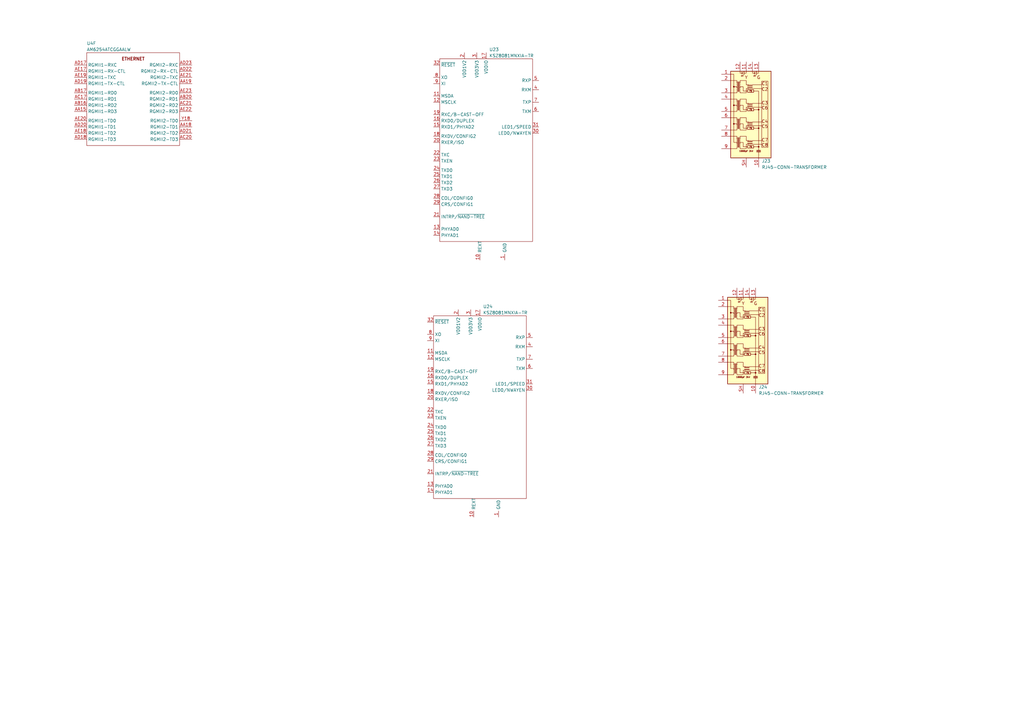
<source format=kicad_sch>
(kicad_sch (version 20230121) (generator eeschema)
  (paper "A3")
  (title_block (title "Benchy Reloaded") (rev "REV4") (company "Daxxn Industries"))
  (lib_symbols
    (symbol "Daxxn_Connectors:RJ45-CONN-TRANSFORMER" (pin_names hide)
      (property "Reference" "J" (at 5.08 -17.78 0))
      (property "Value" "RJ45-CONN-TRANSFORMER" (at 5.08 -20.32 0))
      (symbol "RJ45-CONN-TRANSFORMER_0_0"
        (text "1000pF 2kV" (at -1.27 -13.716 0) (effects (font (size 0.635 0.635))))
        (text "75" (at 0.508 -11.938 0) (effects (font (size 0.635 0.635))))
        (text "75" (at 0.508 -4.318 0) (effects (font (size 0.635 0.635))))
        (text "75" (at 0.508 3.302 0) (effects (font (size 0.635 0.635))))
        (text "75" (at 0.508 10.922 0) (effects (font (size 0.635 0.635))))
        (text "C1" (at 6.35 13.97 0) (effects (font (size 1.27 1.27))))
        (text "C2" (at 6.35 11.684 0) (effects (font (size 1.27 1.27))))
        (text "C3" (at 6.35 6.096 0) (effects (font (size 1.27 1.27))))
        (text "C4" (at 6.35 -1.524 0) (effects (font (size 1.27 1.27))))
        (text "C5" (at 6.35 -3.556 0) (effects (font (size 1.27 1.27))))
        (text "C6" (at 6.35 4.064 0) (effects (font (size 1.27 1.27))))
        (text "C7" (at 6.35 -9.144 0) (effects (font (size 1.27 1.27))))
        (text "C8" (at 6.35 -11.176 0) (effects (font (size 1.27 1.27))))
        (text "G" (at 3.81 16.51 0) (effects (font (size 1.27 1.27))))
        (text "Y" (at -1.27 16.51 0) (effects (font (size 1.27 1.27))))
      )
      (symbol "RJ45-CONN-TRANSFORMER_0_1"
        (pin power_in line (at 3.81 -20.32 90) (length 3.81) (name "GND") (number "10"))
      )
      (symbol "RJ45-CONN-TRANSFORMER_1_1"
        (pin passive line (at -11.43 17.78 0) (length 3.81) (name "CT") (number "1"))
        (pin passive line (at -1.27 22.86 270) (length 3.81) (name "~") (number "11"))
        (pin passive line (at -3.81 22.86 270) (length 3.81) (name "~") (number "12"))
        (pin passive line (at 3.81 22.86 270) (length 3.81) (name "~") (number "13"))
        (pin passive line (at 1.27 22.86 270) (length 3.81) (name "~") (number "14"))
        (pin passive line (at -11.43 15.24 0) (length 3.81) (name "TD1+") (number "2"))
        (pin passive line (at -11.43 10.16 0) (length 3.81) (name "TD1-") (number "3"))
        (pin passive line (at -11.43 7.62 0) (length 3.81) (name "TD2+") (number "4"))
        (pin passive line (at -11.43 2.54 0) (length 3.81) (name "TD2-") (number "5"))
        (pin passive line (at -11.43 0 0) (length 3.81) (name "TD3+") (number "6"))
        (pin passive line (at -11.43 -5.08 0) (length 3.81) (name "TD3-") (number "7"))
        (pin passive line (at -11.43 -7.62 0) (length 3.81) (name "TD4+") (number "8"))
        (pin passive line (at -11.43 -12.7 0) (length 3.81) (name "TD4-") (number "9"))
        (pin passive line (at -1.27 -20.32 90) (length 3.81) (name "SH") (number "SH"))
      )
    )
    (symbol "Daxxn_IC:KSZ8081MNXIA-TR"
      (property "Reference" "U" (at 20.32 3.81 0))
      (property "Value" "KSZ8081MNXIA-TR" (at 20.32 1.27 0))
      (symbol "KSZ8081MNXIA-TR_0_0"
        (pin power_in line (at 26.67 -82.55 90) (length 2.54) (name "GND") (number "1"))
        (pin input line (at 16.51 -82.55 90) (length 2.54) (name "REXT") (number "10"))
        (pin bidirectional line (at -2.54 -15.24 0) (length 2.54) (name "MSDA") (number "11"))
        (pin input line (at -2.54 -17.78 0) (length 2.54) (name "MSCLK") (number "12"))
        (pin input line (at -2.54 -69.85 0) (length 2.54) (name "PHYAD0") (number "13"))
        (pin input line (at -2.54 -72.39 0) (length 2.54) (name "PHYAD1") (number "14"))
        (pin output line (at -2.54 -27.94 0) (length 2.54) (name "RXD1/PHYAD2") (number "15"))
        (pin output line (at -2.54 -25.4 0) (length 2.54) (name "RXD0/DUPLEX") (number "16"))
        (pin power_in line (at 19.05 2.54 270) (length 2.54) (name "VDDIO") (number "17"))
        (pin output line (at -2.54 -31.75 0) (length 2.54) (name "RXDV/CONFIG2") (number "18"))
        (pin output line (at -2.54 -22.86 0) (length 2.54) (name "RXC/B-CAST-OFF") (number "19"))
        (pin power_in line (at 10.16 2.54 270) (length 2.54) (name "VDD1V2") (number "2"))
        (pin output line (at -2.54 -34.29 0) (length 2.54) (name "RXER/ISO") (number "20"))
        (pin output line (at -2.54 -64.77 0) (length 2.54) (name "INTRP/~{NAND-TREE}") (number "21"))
        (pin input line (at -2.54 -39.37 0) (length 2.54) (name "TXC") (number "22"))
        (pin input line (at -2.54 -41.91 0) (length 2.54) (name "TXEN") (number "23"))
        (pin input line (at -2.54 -45.72 0) (length 2.54) (name "TXD0") (number "24"))
        (pin input line (at -2.54 -48.26 0) (length 2.54) (name "TXD1") (number "25"))
        (pin input line (at -2.54 -50.8 0) (length 2.54) (name "TXD2") (number "26"))
        (pin input line (at -2.54 -53.34 0) (length 2.54) (name "TXD3") (number "27"))
        (pin output line (at -2.54 -57.15 0) (length 2.54) (name "COL/CONFIG0") (number "28"))
        (pin output line (at -2.54 -59.69 0) (length 2.54) (name "CRS/CONFIG1") (number "29"))
        (pin power_in line (at 15.24 2.54 270) (length 2.54) (name "VDD3V3") (number "3"))
        (pin input line (at 40.64 -30.48 180) (length 2.54) (name "LED0/NWAYEN") (number "30"))
        (pin input line (at 40.64 -27.94 180) (length 2.54) (name "LED1/SPEED") (number "31"))
        (pin input line (at -2.54 -2.54 0) (length 2.54) (name "~{RESET}") (number "32"))
        (pin power_in line (at 26.67 -82.55 90) (length 2.54) hide (name "GND") (number "33"))
        (pin output line (at 40.64 -12.7 180) (length 2.54) (name "RXM") (number "4"))
        (pin output line (at 40.64 -8.89 180) (length 2.54) (name "RXP") (number "5"))
        (pin output line (at 40.64 -21.59 180) (length 2.54) (name "TXM") (number "6"))
        (pin output line (at 40.64 -17.78 180) (length 2.54) (name "TXP") (number "7"))
        (pin input line (at -2.54 -7.62 0) (length 2.54) (name "XO") (number "8"))
        (pin input line (at -2.54 -10.16 0) (length 2.54) (name "XI") (number "9"))
      )
    )
    (symbol "Daxxn_TIMicros:AM6254ATCGGAALW"
      (property "Reference" "U" (at 0 3.81 0))
      (property "Value" "AM6254ATCGGAALW" (at 0 1.27 0))
      (symbol "AM6254ATCGGAALW_1_1"
        (text "POWER" (at 11.43 -2.54 0) (effects (font (size 1.27 1.27) bold)))
        (text "PROG. SUPPLY" (at 20.32 -6.35 0) (effects (font (size 1.27 1.27)) (justify right)))
        (text "x17" (at 11.43 -95.25 0) (effects (font (size 1.27 1.27)) (justify left)))
        (text "x2" (at 10.16 -53.34 0) (effects (font (size 1.27 1.27)) (justify left)))
        (text "x2" (at 10.16 -50.8 0) (effects (font (size 1.27 1.27)) (justify left)))
        (text "x2" (at 10.16 -48.26 0) (effects (font (size 1.27 1.27)) (justify left)))
        (text "x2" (at 13.97 -72.39 0) (effects (font (size 1.27 1.27)) (justify left)))
        (text "x4" (at 10.16 -55.88 0) (effects (font (size 1.27 1.27)) (justify left)))
        (text "x4" (at 11.43 -92.71 0) (effects (font (size 1.27 1.27)) (justify left)))
        (text "x62" (at 5.08 -129.54 0) (effects (font (size 1.27 1.27)) (justify left)))
        (text "x8" (at 12.7 -90.17 0) (effects (font (size 1.27 1.27)) (justify left)))
        (pin power_in line (at -5.08 -129.54 0) (length 5.08) (name "VSS") (number "A1"))
        (pin no_connect line (at 11.43 35.56 0) (length 5.08) hide (name "RSVD1") (number "A2"))
        (pin power_in line (at -5.08 -129.54 0) (length 5.08) hide (name "VSS") (number "A24"))
        (pin power_in line (at -5.08 -129.54 0) (length 5.08) hide (name "VSS") (number "A25"))
        (pin power_in line (at -5.08 -129.54 0) (length 5.08) hide (name "VSS") (number "AA11"))
        (pin no_connect line (at 11.43 22.86 0) (length 5.08) hide (name "RSVD6") (number "AA12"))
        (pin power_in line (at -5.08 -129.54 0) (length 5.08) hide (name "VSS") (number "AB9"))
        (pin power_in line (at -5.08 -129.54 0) (length 5.08) hide (name "VSS") (number "AD1"))
        (pin power_in line (at -5.08 -129.54 0) (length 5.08) hide (name "VSS") (number "AD12"))
        (pin power_in line (at -5.08 -129.54 0) (length 5.08) hide (name "VSS") (number "AD16"))
        (pin power_in line (at -5.08 -129.54 0) (length 5.08) hide (name "VSS") (number "AD25"))
        (pin power_in line (at -5.08 -129.54 0) (length 5.08) hide (name "VSS") (number "AD9"))
        (pin power_in line (at -5.08 -129.54 0) (length 5.08) hide (name "VSS") (number "AE1"))
        (pin power_in line (at -5.08 -129.54 0) (length 5.08) hide (name "VSS") (number "AE12"))
        (pin power_in line (at -5.08 -129.54 0) (length 5.08) hide (name "VSS") (number "AE16"))
        (pin no_connect line (at 11.43 30.48 0) (length 5.08) hide (name "RSVD3") (number "AE2"))
        (pin power_in line (at -5.08 -129.54 0) (length 5.08) hide (name "VSS") (number "AE24"))
        (pin power_in line (at -5.08 -129.54 0) (length 5.08) hide (name "VSS") (number "AE25"))
        (pin power_in line (at -5.08 -129.54 0) (length 5.08) hide (name "VSS") (number "AE8"))
        (pin no_connect line (at 11.43 38.1 0) (length 5.08) hide (name "RSVD0") (number "B1"))
        (pin power_in line (at -5.08 -129.54 0) (length 5.08) hide (name "VSS") (number "B25"))
        (pin no_connect line (at 11.43 17.78 0) (length 5.08) hide (name "RSVD8") (number "E7"))
        (pin power_in line (at -5.08 -72.39 0) (length 5.08) (name "VDDSHV-MCU") (number "F11"))
        (pin power_in line (at -5.08 -129.54 0) (length 5.08) hide (name "VSS") (number "F13"))
        (pin power_in line (at -5.08 -48.26 0) (length 5.08) (name "VDDSHV0") (number "F15"))
        (pin no_connect line (at 11.43 33.02 0) (length 5.08) hide (name "RSVD2") (number "F6"))
        (pin power_in line (at -5.08 -83.82 0) (length 5.08) (name "VDD-CANUART") (number "F8"))
        (pin power_in line (at -5.08 -72.39 0) (length 5.08) hide (name "VDDSHV-MCU") (number "G12"))
        (pin power_in line (at -5.08 -129.54 0) (length 5.08) hide (name "VSS") (number "G13"))
        (pin power_in line (at -5.08 -48.26 0) (length 5.08) hide (name "VDDSHV0") (number "G14"))
        (pin power_in line (at -5.08 -25.4 0) (length 5.08) (name "VDDA-TEMP1") (number "G16"))
        (pin power_in line (at -5.08 -64.77 0) (length 5.08) (name "VDDSHV5") (number "G17"))
        (pin power_in line (at -5.08 -129.54 0) (length 5.08) hide (name "VSS") (number "G19"))
        (pin power_in line (at -5.08 -81.28 0) (length 5.08) (name "VDDS-OSC0") (number "G7"))
        (pin power_in line (at -5.08 -101.6 0) (length 5.08) (name "CAP-VDDS-CANUART") (number "G9"))
        (pin power_in line (at -5.08 -121.92 0) (length 5.08) (name "CAP-VDDS-MCU") (number "H11"))
        (pin power_in line (at -5.08 -129.54 0) (length 5.08) hide (name "VSS") (number "H13"))
        (pin power_in line (at -5.08 -104.14 0) (length 5.08) (name "CAP-VDDS0") (number "H15"))
        (pin power_in line (at -5.08 -129.54 0) (length 5.08) hide (name "VSS") (number "H16"))
        (pin power_in line (at -5.08 -116.84 0) (length 5.08) (name "CAP-VDDS5") (number "H17"))
        (pin power_in line (at -5.08 -129.54 0) (length 5.08) hide (name "VSS") (number "H18"))
        (pin power_in line (at -5.08 -129.54 0) (length 5.08) hide (name "VSS") (number "H20"))
        (pin power_in line (at -5.08 -95.25 0) (length 5.08) (name "VDD-CORE") (number "H8"))
        (pin power_in line (at -5.08 -69.85 0) (length 5.08) (name "VDDSHV-CANUART") (number "H9"))
        (pin power_in line (at -5.08 -95.25 0) (length 5.08) hide (name "VDD-CORE") (number "J11"))
        (pin power_in line (at -5.08 -90.17 0) (length 5.08) (name "VDDR-CORE") (number "J12"))
        (pin power_in line (at -5.08 -129.54 0) (length 5.08) hide (name "VSS") (number "J13"))
        (pin power_in line (at -5.08 -95.25 0) (length 5.08) hide (name "VDD-CORE") (number "J14"))
        (pin power_in line (at -5.08 -67.31 0) (length 5.08) (name "VDDSHV6") (number "J18"))
        (pin power_in line (at -5.08 -119.38 0) (length 5.08) (name "CAP-VDDS6") (number "J19"))
        (pin power_in line (at -5.08 -129.54 0) (length 5.08) hide (name "VSS") (number "J7"))
        (pin power_in line (at 30.48 -6.35 180) (length 5.08) (name "VPP") (number "J8"))
        (pin power_in line (at -5.08 -129.54 0) (length 5.08) hide (name "VSS") (number "K13"))
        (pin power_in line (at -5.08 -129.54 0) (length 5.08) hide (name "VSS") (number "K15"))
        (pin power_in line (at -5.08 -90.17 0) (length 5.08) hide (name "VDDR-CORE") (number "K16"))
        (pin power_in line (at -5.08 -95.25 0) (length 5.08) hide (name "VDD-CORE") (number "K17"))
        (pin power_in line (at -5.08 -106.68 0) (length 5.08) (name "CAP-VDDS1") (number "K18"))
        (pin power_in line (at -5.08 -129.54 0) (length 5.08) hide (name "VSS") (number "K19"))
        (pin power_in line (at -5.08 -129.54 0) (length 5.08) hide (name "VSS") (number "K7"))
        (pin power_in line (at -5.08 -92.71 0) (length 5.08) (name "VDDS-DDR") (number "K9"))
        (pin power_in line (at -5.08 -38.1 0) (length 5.08) (name "VDDA-MCU") (number "L11"))
        (pin power_in line (at -5.08 -95.25 0) (length 5.08) hide (name "VDD-CORE") (number "L12"))
        (pin power_in line (at -5.08 -30.48 0) (length 5.08) (name "VDDA-PLL2") (number "L14"))
        (pin power_in line (at -5.08 -95.25 0) (length 5.08) hide (name "VDD-CORE") (number "L15"))
        (pin power_in line (at -5.08 -50.8 0) (length 5.08) hide (name "VDDSHV1") (number "L18"))
        (pin power_in line (at -5.08 -129.54 0) (length 5.08) hide (name "VSS") (number "L20"))
        (pin power_in line (at -5.08 -92.71 0) (length 5.08) hide (name "VDDS-DDR") (number "L8"))
        (pin power_in line (at -5.08 -129.54 0) (length 5.08) hide (name "VSS") (number "M10"))
        (pin power_in line (at -5.08 -129.54 0) (length 5.08) hide (name "VSS") (number "M12"))
        (pin power_in line (at -5.08 -129.54 0) (length 5.08) hide (name "VSS") (number "M13"))
        (pin power_in line (at -5.08 -95.25 0) (length 5.08) hide (name "VDD-CORE") (number "M16"))
        (pin power_in line (at -5.08 -129.54 0) (length 5.08) hide (name "VSS") (number "M17"))
        (pin power_in line (at -5.08 -129.54 0) (length 5.08) hide (name "VSS") (number "M18"))
        (pin power_in line (at -5.08 -50.8 0) (length 5.08) (name "VDDSHV1") (number "M19"))
        (pin power_in line (at -5.08 -129.54 0) (length 5.08) hide (name "VSS") (number "M7"))
        (pin power_in line (at -5.08 -129.54 0) (length 5.08) hide (name "VSS") (number "M8"))
        (pin power_in line (at -5.08 -78.74 0) (length 5.08) (name "VDDS-DDR-C") (number "M9"))
        (pin power_in line (at -5.08 -95.25 0) (length 5.08) hide (name "VDD-CORE") (number "N11"))
        (pin power_in line (at -5.08 -90.17 0) (length 5.08) hide (name "VDDR-CORE") (number "N12"))
        (pin power_in line (at -5.08 -95.25 0) (length 5.08) hide (name "VDD-CORE") (number "N13"))
        (pin power_in line (at -5.08 -90.17 0) (length 5.08) hide (name "VDDR-CORE") (number "N14"))
        (pin power_in line (at -5.08 -129.54 0) (length 5.08) hide (name "VSS") (number "N15"))
        (pin power_in line (at -5.08 -55.88 0) (length 5.08) hide (name "VDDSHV3") (number "N18"))
        (pin power_in line (at -5.08 -95.25 0) (length 5.08) hide (name "VDD-CORE") (number "N8"))
        (pin power_in line (at -5.08 -129.54 0) (length 5.08) hide (name "VSS") (number "P10"))
        (pin power_in line (at -5.08 -129.54 0) (length 5.08) hide (name "VSS") (number "P13"))
        (pin power_in line (at -5.08 -90.17 0) (length 5.08) hide (name "VDDR-CORE") (number "P16"))
        (pin power_in line (at -5.08 -95.25 0) (length 5.08) hide (name "VDD-CORE") (number "P17"))
        (pin power_in line (at -5.08 -55.88 0) (length 5.08) hide (name "VDDSHV3") (number "P18"))
        (pin power_in line (at -5.08 -111.76 0) (length 5.08) (name "CAP-VDDS3") (number "P19"))
        (pin power_in line (at -5.08 -129.54 0) (length 5.08) hide (name "VSS") (number "P7"))
        (pin power_in line (at -5.08 -92.71 0) (length 5.08) hide (name "VDDS-DDR") (number "P9"))
        (pin power_in line (at -5.08 -95.25 0) (length 5.08) hide (name "VDD-CORE") (number "R11"))
        (pin power_in line (at -5.08 -90.17 0) (length 5.08) hide (name "VDDR-CORE") (number "R12"))
        (pin power_in line (at -5.08 -129.54 0) (length 5.08) hide (name "VSS") (number "R13"))
        (pin power_in line (at -5.08 -95.25 0) (length 5.08) hide (name "VDD-CORE") (number "R14"))
        (pin power_in line (at -5.08 -129.54 0) (length 5.08) hide (name "VSS") (number "R15"))
        (pin power_in line (at -5.08 -129.54 0) (length 5.08) hide (name "VSS") (number "R18"))
        (pin power_in line (at -5.08 -129.54 0) (length 5.08) hide (name "VSS") (number "R20"))
        (pin power_in line (at -5.08 -92.71 0) (length 5.08) hide (name "VDDS-DDR") (number "R8"))
        (pin power_in line (at -5.08 -90.17 0) (length 5.08) hide (name "VDDR-CORE") (number "T10"))
        (pin power_in line (at -5.08 -129.54 0) (length 5.08) hide (name "VSS") (number "T13"))
        (pin power_in line (at -5.08 -129.54 0) (length 5.08) hide (name "VSS") (number "T14"))
        (pin power_in line (at -5.08 -129.54 0) (length 5.08) hide (name "VSS") (number "T16"))
        (pin power_in line (at -5.08 -129.54 0) (length 5.08) hide (name "VSS") (number "T17"))
        (pin power_in line (at -5.08 -129.54 0) (length 5.08) hide (name "VSS") (number "T18"))
        (pin power_in line (at -5.08 -55.88 0) (length 5.08) (name "VDDSHV3") (number "T19"))
        (pin no_connect line (at 11.43 27.94 0) (length 5.08) hide (name "RSVD4") (number "T2"))
        (pin power_in line (at -5.08 -62.23 0) (length 5.08) (name "VDDSHV4") (number "T7"))
        (pin power_in line (at -5.08 -129.54 0) (length 5.08) hide (name "VSS") (number "T8"))
        (pin power_in line (at -5.08 -27.94 0) (length 5.08) (name "VDDA-TEMP0") (number "T9"))
        (pin power_in line (at -5.08 -35.56 0) (length 5.08) (name "VDDA-PLL0") (number "U11"))
        (pin power_in line (at -5.08 -95.25 0) (length 5.08) hide (name "VDD-CORE") (number "U12"))
        (pin power_in line (at -5.08 -90.17 0) (length 5.08) hide (name "VDDR-CORE") (number "U14"))
        (pin power_in line (at -5.08 -33.02 0) (length 5.08) (name "VDDA-PLL1") (number "U15"))
        (pin power_in line (at -5.08 -55.88 0) (length 5.08) hide (name "VDDSHV3") (number "U18"))
        (pin power_in line (at -5.08 -129.54 0) (length 5.08) hide (name "VSS") (number "U19"))
        (pin no_connect line (at 11.43 25.4 0) (length 5.08) hide (name "RSVD5") (number "U4"))
        (pin power_in line (at -5.08 -114.3 0) (length 5.08) (name "CAP-VDDS4") (number "U7"))
        (pin power_in line (at -5.08 -129.54 0) (length 5.08) hide (name "VSS") (number "U8"))
        (pin power_in line (at -5.08 -129.54 0) (length 5.08) hide (name "VSS") (number "V10"))
        (pin power_in line (at -5.08 -129.54 0) (length 5.08) hide (name "VSS") (number "V11"))
        (pin power_in line (at -5.08 -129.54 0) (length 5.08) hide (name "VSS") (number "V13"))
        (pin power_in line (at -5.08 -95.25 0) (length 5.08) hide (name "VDD-CORE") (number "V15"))
        (pin power_in line (at -5.08 -129.54 0) (length 5.08) hide (name "VSS") (number "V16"))
        (pin power_in line (at -5.08 -95.25 0) (length 5.08) hide (name "VDD-CORE") (number "V17"))
        (pin power_in line (at -5.08 -129.54 0) (length 5.08) hide (name "VSS") (number "V18"))
        (pin power_in line (at -5.08 -95.25 0) (length 5.08) hide (name "VDD-CORE") (number "V8"))
        (pin power_in line (at -5.08 -129.54 0) (length 5.08) hide (name "VSS") (number "V9"))
        (pin power_in line (at -5.08 -17.78 0) (length 5.08) (name "VDDA-1P8-OLDI0") (number "W10"))
        (pin power_in line (at -5.08 -22.86 0) (length 5.08) (name "VDDA-CORE-USB") (number "W12"))
        (pin power_in line (at -5.08 -20.32 0) (length 5.08) (name "VDDA-CORE-CSIRX0") (number "W13"))
        (pin power_in line (at -5.08 -15.24 0) (length 5.08) (name "VDDA-1P8-CSIRX0") (number "W14"))
        (pin power_in line (at -5.08 -53.34 0) (length 5.08) hide (name "VDDSHV2") (number "W16"))
        (pin power_in line (at -5.08 -109.22 0) (length 5.08) (name "CAP-VDDS2") (number "W17"))
        (pin power_in line (at -5.08 -53.34 0) (length 5.08) (name "VDDSHV2") (number "W19"))
        (pin power_in line (at -5.08 -129.54 0) (length 5.08) hide (name "VSS") (number "W7"))
        (pin power_in line (at -5.08 -10.16 0) (length 5.08) (name "VDDA-1P8-OLDI0") (number "W9"))
        (pin power_in line (at -5.08 -12.7 0) (length 5.08) (name "VDDA-1P8-USB") (number "Y11"))
        (pin power_in line (at -5.08 -40.64 0) (length 5.08) (name "VDDA-3P3-USB") (number "Y13"))
        (pin no_connect line (at 11.43 20.32 0) (length 5.08) hide (name "RSVD7") (number "Y15"))
        (pin power_in line (at -5.08 -129.54 0) (length 5.08) hide (name "VSS") (number "Y2"))
      )
      (symbol "AM6254ATCGGAALW_2_1"
        (text "CONTROL" (at 17.78 -1.27 0) (effects (font (size 1.27 1.27) bold)))
        (pin input line (at -5.08 -15.24 0) (length 5.08) (name "EXT-REFCLK1") (number "A18"))
        (pin output line (at -5.08 -26.67 0) (length 5.08) (name "MCU-OSC0-XO") (number "A3"))
        (pin bidirectional line (at -5.08 -49.53 0) (length 5.08) (name "MCU-UART0-TXD") (number "A5"))
        (pin bidirectional line (at -5.08 -54.61 0) (length 5.08) (name "MCU-UART0-CTSn") (number "A6"))
        (pin bidirectional line (at 43.18 -46.99 180) (length 5.08) (name "MCU-SPI0-CLK") (number "A7"))
        (pin bidirectional line (at 43.18 -26.67 180) (length 5.08) (name "MCU-I2C0-SCL") (number "A8"))
        (pin output line (at 43.18 -6.35 180) (length 5.08) (name "MCU-~{RESET-STAT}") (number "B12"))
        (pin input line (at -5.08 -29.21 0) (length 5.08) (name "MCU-OSC0-XI") (number "B2"))
        (pin input line (at 43.18 -34.29 180) (length 5.08) (name "MCU-MCAN0-RX") (number "B3"))
        (pin input line (at -5.08 -52.07 0) (length 5.08) (name "MCU-UART0-RXD") (number "B5"))
        (pin output line (at -5.08 -57.15 0) (length 5.08) (name "MCU-UART0-RTSn") (number "B6"))
        (pin output line (at 43.18 -11.43 180) (length 5.08) (name "PMIC-LPM-EN0") (number "B7"))
        (pin bidirectional line (at 43.18 -57.15 180) (length 5.08) (name "MCU-SPI0-CS1") (number "B8"))
        (pin output line (at -5.08 -36.83 0) (length 5.08) (name "WKUP-LFOSC0-XO") (number "C1"))
        (pin input line (at -5.08 -34.29 0) (length 5.08) (name "WKUP-LFOSC0-XI") (number "C2"))
        (pin bidirectional line (at 43.18 -52.07 180) (length 5.08) (name "MCU-SPI0-D1") (number "C9"))
        (pin bidirectional line (at 43.18 -15.24 180) (length 5.08) (name "MCU-~{ERROR}") (number "D1"))
        (pin bidirectional line (at 43.18 -29.21 180) (length 5.08) (name "MCU-I2C0-SDA") (number "D10"))
        (pin input line (at -5.08 -11.43 0) (length 5.08) (name "EXTINTn") (number "D16"))
        (pin input line (at -5.08 -20.32 0) (length 5.08) (name "~{MCU-POR}") (number "D2"))
        (pin input line (at 43.18 -39.37 180) (length 5.08) (name "MCU-MCAN1-RX") (number "D4"))
        (pin output line (at 43.18 -36.83 180) (length 5.08) (name "MCU-MCAN0-TX") (number "D6"))
        (pin bidirectional line (at 43.18 -49.53 180) (length 5.08) (name "MCU-SPI0-D0") (number "D9"))
        (pin input line (at -5.08 -6.35 0) (length 5.08) (name "MCU-~{RESET}") (number "E11"))
        (pin output line (at 43.18 -20.32 180) (length 5.08) (name "~{POR}-OUT") (number "E21"))
        (pin output line (at 43.18 -41.91 180) (length 5.08) (name "MCU-MCAN1-TX") (number "E5"))
        (pin bidirectional line (at 43.18 -54.61 180) (length 5.08) (name "MCU-SPI0-CS0") (number "E8"))
        (pin input line (at -5.08 -3.81 0) (length 5.08) (name "~{RESET-REQ}") (number "F20"))
        (pin output line (at 43.18 -3.81 180) (length 5.08) (name "~{RESETSTA}") (number "F22"))
      )
      (symbol "AM6254ATCGGAALW_3_1"
        (text "DEBUG" (at 6.35 -1.27 0) (effects (font (size 1.27 1.27) bold)))
        (pin input line (at -5.08 -12.7 0) (length 5.08) (name "TCK") (number "A10"))
        (pin input line (at -5.08 -15.24 0) (length 5.08) (name "TDI") (number "A11"))
        (pin input line (at -5.08 -22.86 0) (length 5.08) (name "~{TRST}") (number "B10"))
        (pin input line (at -5.08 -20.32 0) (length 5.08) (name "TMS") (number "B11"))
        (pin bidirectional line (at -5.08 -7.62 0) (length 5.08) (name "EMU1") (number "C11"))
        (pin output line (at -5.08 -17.78 0) (length 5.08) (name "TDO") (number "D12"))
        (pin bidirectional line (at -5.08 -5.08 0) (length 5.08) (name "EMU0") (number "E12"))
      )
      (symbol "AM6254ATCGGAALW_4_1"
        (text "DDR MEMORY" (at 25.4 -2.54 0) (effects (font (size 1.27 1.27) bold)))
        (pin bidirectional line (at 55.88 -66.04 180) (length 5.08) (name "DDR0-DQS0+") (number "E1"))
        (pin bidirectional line (at 55.88 -68.58 180) (length 5.08) (name "DDR0-DQS0-") (number "E2"))
        (pin bidirectional line (at 55.88 -55.88 180) (length 5.08) (name "DDR0-DQ4") (number "E3"))
        (pin bidirectional line (at 55.88 -63.5 180) (length 5.08) (name "DDR0-DQ7") (number "F1"))
        (pin bidirectional line (at 55.88 -60.96 180) (length 5.08) (name "DDR0-DQ6") (number "F2"))
        (pin bidirectional line (at 55.88 -50.8 180) (length 5.08) (name "DDR0-DQ2") (number "F3"))
        (pin bidirectional line (at 55.88 -45.72 180) (length 5.08) (name "DDR0-DQ0") (number "F4"))
        (pin output line (at -5.08 -25.4 0) (length 5.08) (name "DDR0-RESET0-n") (number "G1"))
        (pin bidirectional line (at 55.88 -58.42 180) (length 5.08) (name "DDR0-DQ5") (number "G2"))
        (pin bidirectional line (at 55.88 -48.26 180) (length 5.08) (name "DDR0-DQ1") (number "G5"))
        (pin output line (at -5.08 -77.47 0) (length 5.08) (name "DDR0-ODT0") (number "H1"))
        (pin output line (at -5.08 -58.42 0) (length 5.08) (name "DDR0-CKE0") (number "H2"))
        (pin bidirectional line (at -5.08 -64.77 0) (length 5.08) (name "DDR0-DM0") (number "H5"))
        (pin bidirectional line (at 55.88 -53.34 180) (length 5.08) (name "DDR0-DQ3") (number "H6"))
        (pin output line (at 55.88 -2.54 180) (length 5.08) (name "DDR0-A0") (number "J1"))
        (pin output line (at 55.88 -5.08 180) (length 5.08) (name "DDR0-A1") (number "J2"))
        (pin output line (at -5.08 -80.01 0) (length 5.08) (name "DDR0-ODT1") (number "J3"))
        (pin output line (at -5.08 -60.96 0) (length 5.08) (name "DDR0-CKE1") (number "J4"))
        (pin output line (at 55.88 -15.24 180) (length 5.08) (name "DDR0-A5") (number "K1"))
        (pin output line (at -5.08 -43.18 0) (length 5.08) (name "DDR0-~{CS1}") (number "K2"))
        (pin output line (at 55.88 -7.62 180) (length 5.08) (name "DDR0-A2") (number "K3"))
        (pin output line (at 55.88 -12.7 180) (length 5.08) (name "DDR0-A4") (number "K4"))
        (pin output line (at -5.08 -34.29 0) (length 5.08) (name "DDR0-CK0+") (number "L1"))
        (pin output line (at -5.08 -36.83 0) (length 5.08) (name "DDR0-CK0-") (number "L2"))
        (pin output line (at 55.88 -10.16 180) (length 5.08) (name "DDR0-A3") (number "L5"))
        (pin output line (at -5.08 -40.64 0) (length 5.08) (name "DDR0-~{CS0}") (number "L6"))
        (pin output line (at -5.08 -46.99 0) (length 5.08) (name "DDR0-BA0") (number "M1"))
        (pin passive line (at -5.08 -93.98 0) (length 5.08) (name "DDR0-CAL0") (number "M2"))
        (pin output line (at -5.08 -12.7 0) (length 5.08) (name "DDR0-CAS-n") (number "M4"))
        (pin output line (at -5.08 -20.32 0) (length 5.08) (name "DDR0-RAS-n") (number "M5"))
        (pin output line (at -5.08 -49.53 0) (length 5.08) (name "DDR0-BA1") (number "N1"))
        (pin output line (at -5.08 -73.66 0) (length 5.08) (name "DDR0-BG1") (number "N2"))
        (pin output line (at -5.08 -17.78 0) (length 5.08) (name "DDR0-WE-n") (number "N3"))
        (pin output line (at -5.08 -22.86 0) (length 5.08) (name "DDR0-ACT-n") (number "N6"))
        (pin output line (at 55.88 -22.86 180) (length 5.08) (name "DDR0-A8") (number "P1"))
        (pin output line (at 55.88 -20.32 180) (length 5.08) (name "DDR0-A7") (number "P2"))
        (pin output line (at 55.88 -25.4 180) (length 5.08) (name "DDR0-A9") (number "P4"))
        (pin output line (at 55.88 -30.48 180) (length 5.08) (name "DDR0-A11") (number "P5"))
        (pin output line (at 55.88 -35.56 180) (length 5.08) (name "DDR0-A13") (number "R1"))
        (pin output line (at 55.88 -17.78 180) (length 5.08) (name "DDR0-A6") (number "R2"))
        (pin bidirectional line (at -5.08 -10.16 0) (length 5.08) (name "DDR0-ALERT-n") (number "R3"))
        (pin output line (at 55.88 -27.94 180) (length 5.08) (name "DDR0-A10") (number "R5"))
        (pin output line (at 55.88 -33.02 180) (length 5.08) (name "DDR0-A12") (number "R6"))
        (pin output line (at -5.08 -15.24 0) (length 5.08) (name "DDR0-PAR") (number "T1"))
        (pin output line (at -5.08 -71.12 0) (length 5.08) (name "DDR0-BG0") (number "T4"))
        (pin bidirectional line (at 55.88 -71.12 180) (length 5.08) (name "DDR0-DQ8") (number "U1"))
        (pin bidirectional line (at 55.88 -76.2 180) (length 5.08) (name "DDR0-DQ10") (number "U2"))
        (pin bidirectional line (at 55.88 -73.66 180) (length 5.08) (name "DDR0-DQ9") (number "U3"))
        (pin bidirectional line (at 55.88 -91.44 180) (length 5.08) (name "DDR0-DQS1+") (number "V1"))
        (pin bidirectional line (at 55.88 -93.98 180) (length 5.08) (name "DDR0-DQS1-") (number "V2"))
        (pin bidirectional line (at 55.88 -78.74 180) (length 5.08) (name "DDR0-DQ11") (number "V5"))
        (pin bidirectional line (at 55.88 -83.82 180) (length 5.08) (name "DDR0-DQ13") (number "V6"))
        (pin bidirectional line (at 55.88 -88.9 180) (length 5.08) (name "DDR0-DQ15") (number "W1"))
        (pin bidirectional line (at 55.88 -81.28 180) (length 5.08) (name "DDR0-DQ12") (number "W2"))
        (pin bidirectional line (at -5.08 -67.31 0) (length 5.08) (name "DDR0-DM1") (number "W5"))
        (pin bidirectional line (at 55.88 -86.36 180) (length 5.08) (name "DDR0-DQ14") (number "Y1"))
      )
      (symbol "AM6254ATCGGAALW_5_1"
        (text "POWER MONITORS" (at 10.16 -1.27 0) (effects (font (size 1.27 1.27) bold)))
        (pin input line (at -5.08 -3.81 0) (length 5.08) (name "VMON-1P8-SOC") (number "G10"))
        (pin input line (at -5.08 -19.05 0) (length 5.08) (name "VMON-VSYS") (number "H10"))
        (pin input line (at -5.08 -11.43 0) (length 5.08) (name "VMON-3P3-SOC") (number "K10"))
      )
      (symbol "AM6254ATCGGAALW_6_1"
        (text "ETHERNET" (at 19.05 -2.54 0) (effects (font (size 1.27 1.27) bold)))
        (pin input line (at -5.08 -24.13 0) (length 5.08) (name "RGMII1-RD3") (number "AA15"))
        (pin output line (at 43.18 -30.48 180) (length 5.08) (name "RGMII2-TD1") (number "AA18"))
        (pin output line (at 43.18 -12.7 180) (length 5.08) (name "RGMII2-TX-CTL") (number "AA19"))
        (pin input line (at -5.08 -21.59 0) (length 5.08) (name "RGMII1-RD2") (number "AB16"))
        (pin input line (at -5.08 -16.51 0) (length 5.08) (name "RGMII1-RD0") (number "AB17"))
        (pin input line (at 43.18 -19.05 180) (length 5.08) (name "RGMII2-RD1") (number "AB20"))
        (pin input line (at -5.08 -19.05 0) (length 5.08) (name "RGMII1-RD1") (number "AC17"))
        (pin output line (at 43.18 -35.56 180) (length 5.08) (name "RGMII2-TD3") (number "AC20"))
        (pin input line (at 43.18 -21.59 180) (length 5.08) (name "RGMII2-RD2") (number "AC21"))
        (pin input line (at -5.08 -5.08 0) (length 5.08) (name "RGMII1-RXC") (number "AD17"))
        (pin output line (at -5.08 -35.56 0) (length 5.08) (name "RGMII1-TD3") (number "AD18"))
        (pin output line (at -5.08 -12.7 0) (length 5.08) (name "RGMII1-TX-CTL") (number "AD19"))
        (pin output line (at -5.08 -30.48 0) (length 5.08) (name "RGMII1-TD1") (number "AD20"))
        (pin output line (at 43.18 -33.02 180) (length 5.08) (name "RGMII2-TD2") (number "AD21"))
        (pin input line (at 43.18 -7.62 180) (length 5.08) (name "RGMII2-RX-CTL") (number "AD22"))
        (pin input line (at 43.18 -5.08 180) (length 5.08) (name "RGMII2-RXC") (number "AD23"))
        (pin input line (at -5.08 -7.62 0) (length 5.08) (name "RGMII1-RX-CTL") (number "AE17"))
        (pin output line (at -5.08 -33.02 0) (length 5.08) (name "RGMII1-TD2") (number "AE18"))
        (pin output line (at -5.08 -10.16 0) (length 5.08) (name "RGMII1-TXC") (number "AE19"))
        (pin output line (at -5.08 -27.94 0) (length 5.08) (name "RGMII1-TD0") (number "AE20"))
        (pin output line (at 43.18 -10.16 180) (length 5.08) (name "RGMII2-TXC") (number "AE21"))
        (pin input line (at 43.18 -24.13 180) (length 5.08) (name "RGMII2-RD3") (number "AE22"))
        (pin input line (at 43.18 -16.51 180) (length 5.08) (name "RGMII2-RD0") (number "AE23"))
        (pin output line (at 43.18 -27.94 180) (length 5.08) (name "RGMII2-TD0") (number "Y18"))
      )
      (symbol "AM6254ATCGGAALW_7_1"
        (text "USB" (at 11.43 -1.27 0) (effects (font (size 1.27 1.27) bold)))
        (pin input line (at 27.94 -31.75 180) (length 5.08) (name "USB1-VBUS") (number "AB10"))
        (pin input line (at 27.94 -3.81 180) (length 5.08) (name "USB0-VBUS") (number "AC11"))
        (pin input line (at 27.94 -52.07 180) (length 5.08) (name "USB1-RCALIB") (number "AC9"))
        (pin bidirectional line (at 27.94 -39.37 180) (length 5.08) (name "USB1-D-") (number "AD10"))
        (pin bidirectional line (at 27.94 -13.97 180) (length 5.08) (name "USB0-D+") (number "AD11"))
        (pin input line (at 27.94 -24.13 180) (length 5.08) (name "USB0-RCALIB") (number "AE10"))
        (pin bidirectional line (at 27.94 -11.43 180) (length 5.08) (name "USB0-D-") (number "AE11"))
        (pin bidirectional line (at 27.94 -41.91 180) (length 5.08) (name "USB1-D+") (number "AE9"))
        (pin output line (at 27.94 -21.59 180) (length 5.08) (name "USB0-DRVVBUS") (number "C20"))
        (pin output line (at 27.94 -49.53 180) (length 5.08) (name "USB1-DRVVBUS") (number "F18"))
      )
      (symbol "AM6254ATCGGAALW_8_1"
        (text "CAMERA" (at 10.16 -2.54 0) (effects (font (size 1.27 1.27) bold)))
        (pin input line (at -3.81 -43.18 0) (length 5.08) (name "CSI0-RXRCALIB") (number "AA14"))
        (pin input line (at -3.81 -30.48 0) (length 5.08) (name "CSI0-RX3-") (number "AB12"))
        (pin input line (at -3.81 -7.62 0) (length 5.08) (name "CSI0-RX0-") (number "AB14"))
        (pin input line (at -3.81 -27.94 0) (length 5.08) (name "CSI0-RX3+") (number "AC13"))
        (pin input line (at -3.81 -5.08 0) (length 5.08) (name "CSI0-RX0+") (number "AC15"))
        (pin input line (at -3.81 -22.86 0) (length 5.08) (name "CSI0-RX2-") (number "AD13"))
        (pin input line (at -3.81 -15.24 0) (length 5.08) (name "CSI0-RX1-") (number "AD14"))
        (pin input line (at -3.81 -38.1 0) (length 5.08) (name "CSI0-RXCLK-") (number "AD15"))
        (pin input line (at -3.81 -20.32 0) (length 5.08) (name "CSI0-RX2+") (number "AE13"))
        (pin input line (at -3.81 -12.7 0) (length 5.08) (name "CSI0-RX1+") (number "AE14"))
        (pin input line (at -3.81 -35.56 0) (length 5.08) (name "CSI0-RXCLK+") (number "AE15"))
      )
      (symbol "AM6254ATCGGAALW_9_1"
        (text "OCTAL SPI MEMORY" (at 11.43 -1.27 0) (effects (font (size 1.27 1.27) bold)))
        (pin output line (at -5.08 -24.13 0) (length 5.08) (name "OSPI0-~{CS}3") (number "E24"))
        (pin bidirectional line (at -5.08 -29.21 0) (length 5.08) (name "OSPI0-D0") (number "E25"))
        (pin output line (at -5.08 -16.51 0) (length 5.08) (name "OSPI0-~{CS}0") (number "F23"))
        (pin bidirectional line (at -5.08 -36.83 0) (length 5.08) (name "OSPI0-D3") (number "F24"))
        (pin bidirectional line (at -5.08 -34.29 0) (length 5.08) (name "OSPI0-D2") (number "F25"))
        (pin output line (at -5.08 -19.05 0) (length 5.08) (name "OSPI0-~{CS}1") (number "G21"))
        (pin bidirectional line (at -5.08 -31.75 0) (length 5.08) (name "OSPI0-D1") (number "G24"))
        (pin bidirectional line (at -5.08 -7.62 0) (length 5.08) (name "OSPI0-LBCLKO") (number "G25"))
        (pin output line (at -5.08 -21.59 0) (length 5.08) (name "OSPI0-~{CS}2") (number "H21"))
        (pin output line (at -5.08 -3.81 0) (length 5.08) (name "OSPI0-CLK") (number "H24"))
        (pin bidirectional line (at -5.08 -44.45 0) (length 5.08) (name "OSPI0-D6") (number "H25"))
        (pin bidirectional line (at -5.08 -46.99 0) (length 5.08) (name "OSPI0-D7") (number "J22"))
        (pin bidirectional line (at -5.08 -39.37 0) (length 5.08) (name "OSPI0-D4") (number "J23"))
        (pin input line (at -5.08 -11.43 0) (length 5.08) (name "OSPI0-DQS") (number "J24"))
        (pin bidirectional line (at -5.08 -41.91 0) (length 5.08) (name "OSPI0-D5") (number "J25"))
      )
      (symbol "AM6254ATCGGAALW_10_1"
        (text "GENERAL SERIAL INTERFACES" (at 17.78 -1.27 0) (effects (font (size 1.27 1.27) bold)))
        (pin bidirectional line (at 43.18 -59.69 180) (length 5.08) (name "SPI0-CS0") (number "A13"))
        (pin bidirectional line (at 43.18 -57.15 180) (length 5.08) (name "SPI0-CLK") (number "A14"))
        (pin input line (at 43.18 -39.37 180) (length 5.08) (name "UART0-~{CTS}") (number "A15"))
        (pin bidirectional line (at 43.18 -53.34 180) (length 5.08) (name "I2C0-SDA") (number "A16"))
        (pin bidirectional line (at 43.18 -45.72 180) (length 5.08) (name "I2C1-SDA") (number "A17"))
        (pin bidirectional line (at 43.18 -30.48 180) (length 5.08) (name "MDIO0-MDIO") (number "AB22"))
        (pin output line (at 43.18 -27.94 180) (length 5.08) (name "MDIO0-MDC") (number "AD24"))
        (pin bidirectional line (at 43.18 -64.77 180) (length 5.08) (name "SPI0-D0") (number "B13"))
        (pin bidirectional line (at 43.18 -67.31 180) (length 5.08) (name "SPI0-D1") (number "B14"))
        (pin output line (at 43.18 -36.83 180) (length 5.08) (name "UART0-~{RTS}") (number "B15"))
        (pin bidirectional line (at 43.18 -50.8 180) (length 5.08) (name "I2C0-SCL") (number "B16"))
        (pin bidirectional line (at 43.18 -48.26 180) (length 5.08) (name "I2C1-SCL") (number "B17"))
        (pin bidirectional line (at 43.18 -62.23 180) (length 5.08) (name "SPI0-CS1") (number "C13"))
        (pin output line (at 43.18 -24.13 180) (length 5.08) (name "MCAN0-TX") (number "C15"))
        (pin input line (at 43.18 -41.91 180) (length 5.08) (name "UART0-RXD") (number "D14"))
        (pin output line (at 43.18 -34.29 180) (length 5.08) (name "UART0-TXD") (number "E14"))
        (pin input line (at 43.18 -21.59 180) (length 5.08) (name "MCAN0-RX") (number "E15"))
        (pin output line (at -5.08 -50.8 0) (length 5.08) (name "GPMC0-~{CS}2") (number "K22"))
        (pin output line (at -5.08 -53.34 0) (length 5.08) (name "GPMC0-~{CS}3") (number "K24"))
        (pin output line (at -5.08 -82.55 0) (length 5.08) (name "GPMC0-WPn") (number "K25"))
        (pin output line (at -5.08 -48.26 0) (length 5.08) (name "GPMC0-~{CS}1") (number "L21"))
        (pin output line (at -5.08 -72.39 0) (length 5.08) (name "GPMC0-ADVn-ALE") (number "L23"))
        (pin output line (at -5.08 -77.47 0) (length 5.08) (name "GPMC0-OEn-REn") (number "L24"))
        (pin output line (at -5.08 -80.01 0) (length 5.08) (name "GPMC0-WEn") (number "L25"))
        (pin output line (at -5.08 -45.72 0) (length 5.08) (name "GPMC0-~{CS}0") (number "M21"))
        (pin output line (at -5.08 -74.93 0) (length 5.08) (name "GPMC0-DIR") (number "M22"))
        (pin output line (at -5.08 -63.5 0) (length 5.08) (name "GPMC0-BE0n-CLE") (number "M24"))
        (pin bidirectional line (at -5.08 -3.81 0) (length 5.08) (name "GPMC0-AD0") (number "M25"))
        (pin output line (at -5.08 -66.04 0) (length 5.08) (name "GPMC0-BE1n") (number "N20"))
        (pin bidirectional line (at -5.08 -6.35 0) (length 5.08) (name "GPMC0-AD1") (number "N23"))
        (pin bidirectional line (at -5.08 -8.89 0) (length 5.08) (name "GPMC0-AD2") (number "N24"))
        (pin bidirectional line (at -5.08 -11.43 0) (length 5.08) (name "GPMC0-AD3") (number "N25"))
        (pin bidirectional line (at -5.08 -19.05 0) (length 5.08) (name "GPMC0-AD6") (number "P21"))
        (pin bidirectional line (at -5.08 -16.51 0) (length 5.08) (name "GPMC0-AD5") (number "P22"))
        (pin bidirectional line (at -5.08 -13.97 0) (length 5.08) (name "GPMC0-AD4") (number "P24"))
        (pin output line (at -5.08 -69.85 0) (length 5.08) (name "GPMC0-CLK") (number "P25"))
        (pin bidirectional line (at -5.08 -31.75 0) (length 5.08) (name "GPMC0-AD11") (number "R21"))
        (pin bidirectional line (at -5.08 -21.59 0) (length 5.08) (name "GPMC0-AD7") (number "R23"))
        (pin bidirectional line (at -5.08 -24.13 0) (length 5.08) (name "GPMC0-AD8") (number "R24"))
        (pin bidirectional line (at -5.08 -26.67 0) (length 5.08) (name "GPMC0-AD9") (number "R25"))
        (pin bidirectional line (at -5.08 -34.29 0) (length 5.08) (name "GPMC0-AD12") (number "T22"))
        (pin bidirectional line (at -5.08 -36.83 0) (length 5.08) (name "GPMC0-AD13") (number "T24"))
        (pin bidirectional line (at -5.08 -29.21 0) (length 5.08) (name "GPMC0-AD10") (number "T25"))
        (pin input line (at -5.08 -57.15 0) (length 5.08) (name "GPMC0-WAIT0") (number "U23"))
        (pin bidirectional line (at -5.08 -41.91 0) (length 5.08) (name "GPMC0-AD15") (number "U24"))
        (pin bidirectional line (at -5.08 -39.37 0) (length 5.08) (name "GPMC0-AD14") (number "U25"))
        (pin input line (at -5.08 -59.69 0) (length 5.08) (name "GPMC0-WAIT1") (number "V25"))
      )
      (symbol "AM6254ATCGGAALW_11_1"
        (text "MMC MEMORY CONTROLLER" (at 19.05 -1.27 0) (effects (font (size 1.27 1.27) bold)))
        (pin bidirectional line (at 43.18 -6.35 180) (length 5.08) (name "MMC1-CMD") (number "A21"))
        (pin bidirectional line (at 43.18 -13.97 180) (length 5.08) (name "MMC1-DAT0") (number "A22"))
        (pin input line (at 43.18 -34.29 180) (length 5.08) (name "MMC2-SDCD") (number "A23"))
        (pin bidirectional line (at -5.08 -11.43 0) (length 5.08) (name "MMC0-DAT1") (number "AA1"))
        (pin bidirectional line (at -5.08 -8.89 0) (length 5.08) (name "MMC0-DAT0") (number "AA2"))
        (pin bidirectional line (at -5.08 -13.97 0) (length 5.08) (name "MMC0-DAT2") (number "AA3"))
        (pin bidirectional line (at -5.08 -3.81 0) (length 5.08) (name "MMC0-CLK") (number "AB1"))
        (pin bidirectional line (at -5.08 -19.05 0) (length 5.08) (name "MMC0-DAT4") (number "AB2"))
        (pin bidirectional line (at -5.08 -21.59 0) (length 5.08) (name "MMC0-DAT5") (number "AC1"))
        (pin bidirectional line (at -5.08 -26.67 0) (length 5.08) (name "MMC0-DAT7") (number "AC2"))
        (pin bidirectional line (at -5.08 -24.13 0) (length 5.08) (name "MMC0-DAT6") (number "AD2"))
        (pin bidirectional line (at 43.18 -16.51 180) (length 5.08) (name "MMC1-DAT1") (number "B21"))
        (pin bidirectional line (at 43.18 -3.81 180) (length 5.08) (name "MMC1-CLK") (number "B22"))
        (pin input line (at 43.18 -36.83 180) (length 5.08) (name "MMC2-SDWP") (number "B23"))
        (pin bidirectional line (at 43.18 -39.37 180) (length 5.08) (name "MMC2-DAT0") (number "B24"))
        (pin input line (at 43.18 -11.43 180) (length 5.08) (name "MMC1-SDWP") (number "C17"))
        (pin bidirectional line (at 43.18 -19.05 180) (length 5.08) (name "MMC1-DAT2") (number "C21"))
        (pin bidirectional line (at 43.18 -31.75 180) (length 5.08) (name "MMC2-CMD") (number "C24"))
        (pin bidirectional line (at 43.18 -41.91 180) (length 5.08) (name "MMC2-DAT1") (number "C25"))
        (pin input line (at 43.18 -8.89 180) (length 5.08) (name "MMC1-SDCD") (number "D17"))
        (pin bidirectional line (at 43.18 -21.59 180) (length 5.08) (name "MMC1-DAT3") (number "D22"))
        (pin bidirectional line (at 43.18 -46.99 180) (length 5.08) (name "MMC2-DAT3") (number "D24"))
        (pin bidirectional line (at 43.18 -29.21 180) (length 5.08) (name "MMC2-CLK") (number "D25"))
        (pin bidirectional line (at 43.18 -44.45 180) (length 5.08) (name "MMC2-DAT2") (number "E23"))
        (pin bidirectional line (at -5.08 -6.35 0) (length 5.08) (name "MMC0-CMD") (number "Y3"))
        (pin bidirectional line (at -5.08 -16.51 0) (length 5.08) (name "MMC0-DAT3") (number "Y4"))
      )
      (symbol "AM6254ATCGGAALW_12_1"
        (text "GPIO" (at 11.43 -1.27 0) (effects (font (size 1.27 1.27) bold)))
        (pin output line (at -5.08 -5.08 0) (length 5.08) (name "WKUP-CLKOUT0") (number "A12"))
        (pin output line (at -5.08 -20.32 0) (length 5.08) (name "WKUP-UART0-~{RTS}") (number "A4"))
        (pin bidirectional line (at -5.08 -12.7 0) (length 5.08) (name "WKUP-I2C0-SDA") (number "A9"))
        (pin input line (at -5.08 -22.86 0) (length 5.08) (name "WKUP-UART0-RXD") (number "B4"))
        (pin bidirectional line (at -5.08 -10.16 0) (length 5.08) (name "WKUP-I2C0-SCL") (number "B9"))
        (pin output line (at -5.08 -25.4 0) (length 5.08) (name "WKUP-UART0-TXD") (number "C5"))
        (pin input line (at -5.08 -17.78 0) (length 5.08) (name "WKUP-UART0-~{CTS}") (number "C6"))
      )
      (symbol "AM6254ATCGGAALW_13_1"
        (text "AUDIO INTERFACE" (at 11.43 -1.27 0) (effects (font (size 1.27 1.27) bold)))
        (pin bidirectional line (at -5.08 -24.13 0) (length 5.08) (name "MCASP0-AXR2") (number "A19"))
        (pin bidirectional line (at -5.08 -3.81 0) (length 5.08) (name "MCASP0-ACLKR") (number "A20"))
        (pin bidirectional line (at -5.08 -21.59 0) (length 5.08) (name "MCASP0-AXR1") (number "B18"))
        (pin bidirectional line (at -5.08 -26.67 0) (length 5.08) (name "MCASP0-AXR3") (number "B19"))
        (pin bidirectional line (at -5.08 -6.35 0) (length 5.08) (name "MCASP0-ACLKX") (number "B20"))
        (pin bidirectional line (at -5.08 -12.7 0) (length 5.08) (name "MCASP0-AFSX") (number "D20"))
        (pin bidirectional line (at -5.08 -19.05 0) (length 5.08) (name "MCASP0-AXR0") (number "E18"))
        (pin bidirectional line (at -5.08 -10.16 0) (length 5.08) (name "MCASP0-AFSR") (number "E19"))
      )
      (symbol "AM6254ATCGGAALW_14_1"
        (text "DSS" (at 29.21 -5.08 0) (effects (font (size 1.27 1.27) bold)))
        (text "LVDS" (at 3.81 -5.08 0) (effects (font (size 1.27 1.27) bold)))
        (text "VIDEO OUTPUT" (at 16.51 -1.27 0) (effects (font (size 1.27 1.27) bold)))
        (pin output line (at 38.1 -55.88 180) (length 5.08) (name "VOUT0-DATA15") (number "AA21"))
        (pin output line (at 38.1 -45.72 180) (length 5.08) (name "VOUT0-DATA11") (number "AA23"))
        (pin output line (at 38.1 -50.8 180) (length 5.08) (name "VOUT0-DATA13") (number "AA24"))
        (pin output line (at 38.1 -35.56 180) (length 5.08) (name "VOUT0-DATA7") (number "AA25"))
        (pin bidirectional line (at -5.08 -7.62 0) (length 5.08) (name "OLDI0-A0N") (number "AA5"))
        (pin bidirectional line (at -5.08 -25.4 0) (length 5.08) (name "OLDI0-A3P") (number "AA7"))
        (pin bidirectional line (at -5.08 -20.32 0) (length 5.08) (name "OLDI0-A2P") (number "AA8"))
        (pin output line (at 38.1 -10.16 180) (length 5.08) (name "VOUT0-HSYNC") (number "AB24"))
        (pin output line (at 38.1 -48.26 180) (length 5.08) (name "VOUT0-DATA12") (number "AB25"))
        (pin bidirectional line (at -5.08 -15.24 0) (length 5.08) (name "OLDI0-A1P") (number "AB4"))
        (pin bidirectional line (at -5.08 -22.86 0) (length 5.08) (name "OLDI0-A3N") (number "AB6"))
        (pin output line (at 38.1 -12.7 180) (length 5.08) (name "VOUT0-PCLK") (number "AC24"))
        (pin output line (at 38.1 -15.24 180) (length 5.08) (name "VOUT0-VSYNC") (number "AC25"))
        (pin bidirectional line (at -5.08 -30.48 0) (length 5.08) (name "OLDI0-A4P") (number "AC5"))
        (pin bidirectional line (at -5.08 -27.94 0) (length 5.08) (name "OLDI0-A4N") (number "AC6"))
        (pin bidirectional line (at -5.08 -12.7 0) (length 5.08) (name "OLDI0-A1N") (number "AD3"))
        (pin bidirectional line (at -5.08 -48.26 0) (length 5.08) (name "OLDI0-CLK0N") (number "AD4"))
        (pin bidirectional line (at -5.08 -55.88 0) (length 5.08) (name "OLDI0-CLK1P") (number "AD5"))
        (pin bidirectional line (at -5.08 -35.56 0) (length 5.08) (name "OLDI0-A5P") (number "AD6"))
        (pin bidirectional line (at -5.08 -40.64 0) (length 5.08) (name "OLDI0-A6P") (number "AD7"))
        (pin bidirectional line (at -5.08 -43.18 0) (length 5.08) (name "OLDI0-A7N") (number "AD8"))
        (pin bidirectional line (at -5.08 -50.8 0) (length 5.08) (name "OLDI0-CLK0P") (number "AE3"))
        (pin bidirectional line (at -5.08 -53.34 0) (length 5.08) (name "OLDI0-CLK1N") (number "AE4"))
        (pin bidirectional line (at -5.08 -33.02 0) (length 5.08) (name "OLDI0-A5N") (number "AE5"))
        (pin bidirectional line (at -5.08 -38.1 0) (length 5.08) (name "OLDI0-A6N") (number "AE6"))
        (pin bidirectional line (at -5.08 -45.72 0) (length 5.08) (name "OLDI0-A7P") (number "AE7"))
        (pin output line (at 38.1 -17.78 180) (length 5.08) (name "VOUT0-DATA0") (number "U22"))
        (pin output line (at 38.1 -43.18 180) (length 5.08) (name "VOUT0-DATA10") (number "V20"))
        (pin output line (at 38.1 -38.1 180) (length 5.08) (name "VOUT0-DATA8") (number "V21"))
        (pin output line (at 38.1 -20.32 180) (length 5.08) (name "VOUT0-DATA1") (number "V24"))
        (pin output line (at 38.1 -40.64 180) (length 5.08) (name "VOUT0-DATA9") (number "W21"))
        (pin output line (at 38.1 -25.4 180) (length 5.08) (name "VOUT0-DATA3") (number "W24"))
        (pin output line (at 38.1 -22.86 180) (length 5.08) (name "VOUT0-DATA2") (number "W25"))
        (pin output line (at 38.1 -7.62 180) (length 5.08) (name "VOUT0-DE") (number "Y20"))
        (pin output line (at 38.1 -53.34 180) (length 5.08) (name "VOUT0-DATA14") (number "Y22"))
        (pin output line (at 38.1 -33.02 180) (length 5.08) (name "VOUT0-DATA6") (number "Y23"))
        (pin output line (at 38.1 -30.48 180) (length 5.08) (name "VOUT0-DATA5") (number "Y24"))
        (pin output line (at 38.1 -27.94 180) (length 5.08) (name "VOUT0-DATA4") (number "Y25"))
        (pin bidirectional line (at -5.08 -10.16 0) (length 5.08) (name "OLDI0-A0P") (number "Y6"))
        (pin bidirectional line (at -5.08 -17.78 0) (length 5.08) (name "OLDI0-A2N") (number "Y8"))
      )
    )
  )
  (symbol (lib_id "Daxxn_TIMicros:AM6254ATCGGAALW") (at 35.56 21.59 0) (unit 6)
    (property "Reference" "U4" (at 35.56 17.78 0) (effects (justify left)))
    (property "Value" "AM6254ATCGGAALW" (at 35.56 20.32 0) (effects (justify left)))
    (property "Footprint" "Daxxn_Packages:ALW0425A-BGA-425-13x13mm" (effects hide))
    (property "Datasheet" "%LOCAL_DATASHEETS%/AM625.pdf" (effects hide))
  )
  (symbol (lib_id "Daxxn_IC:KSZ8081MNXIA-TR") (at 180.34 24.13 0) (unit 1)
    (property "Reference" "U23" (at 200.66 20.32 0) (effects (justify left)))
    (property "Value" "KSZ8081MNXIA-TR" (at 200.66 22.86 0) (effects (justify left)))
    (property "Footprint" "Package_DFN_QFN:QFN-32-1EP_5x5mm_P0.5mm_EP3.1x3.1mm" (effects hide))
    (property "Datasheet" "%LOCAL_DATASHEETS%/KSZ8081MNX.pdf" (effects hide))
  )
  (symbol (lib_id "Daxxn_Connectors:RJ45-CONN-TRANSFORMER") (at 306.07 140.97 0) (unit 1)
    (property "Reference" "J24" (at 311.15 158.75 0) (effects (justify left)))
    (property "Value" "RJ45-CONN-TRANSFORMER" (at 311.15 161.29 0) (effects (justify left)))
    (property "Footprint" "Daxxn_Connectors:RJ45_Wuerth_7499111446_Horizontal" (effects hide))
    (property "Datasheet" "%DRAWINGS%/Connectors/7499111446.pdf" (effects hide))
  )
  (symbol (lib_id "Daxxn_Connectors:RJ45-CONN-TRANSFORMER") (at 307.34 48.26 0) (unit 1)
    (property "Reference" "J23" (at 312.42 66.04 0) (effects (justify left)))
    (property "Value" "RJ45-CONN-TRANSFORMER" (at 312.42 68.58 0) (effects (justify left)))
    (property "Footprint" "Daxxn_Connectors:RJ45_Wuerth_7499111446_Horizontal" (effects hide))
    (property "Datasheet" "%DRAWINGS%/Connectors/7499111446.pdf" (effects hide))
  )
  (symbol (lib_id "Daxxn_IC:KSZ8081MNXIA-TR") (at 177.8 129.54 0) (unit 1)
    (property "Reference" "U24" (at 198.12 125.73 0) (effects (justify left)))
    (property "Value" "KSZ8081MNXIA-TR" (at 198.12 128.27 0) (effects (justify left)))
    (property "Footprint" "Package_DFN_QFN:QFN-32-1EP_5x5mm_P0.5mm_EP3.1x3.1mm" (effects hide))
    (property "Datasheet" "%LOCAL_DATASHEETS%/KSZ8081MNX.pdf" (effects hide))
  )
)
</source>
